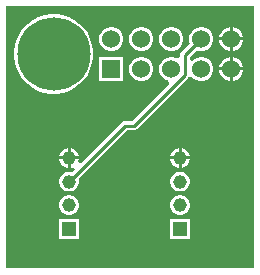
<source format=gbr>
G04*
G04 #@! TF.GenerationSoftware,Altium Limited,Altium Designer,24.8.2 (39)*
G04*
G04 Layer_Physical_Order=2*
G04 Layer_Color=16711680*
%FSLAX25Y25*%
%MOIN*%
G70*
G04*
G04 #@! TF.SameCoordinates,0347263F-4986-443A-A638-574EEFBA0464*
G04*
G04*
G04 #@! TF.FilePolarity,Positive*
G04*
G01*
G75*
%ADD18C,0.01000*%
%ADD19C,0.24410*%
%ADD20R,0.06000X0.06000*%
%ADD21C,0.06000*%
%ADD22C,0.04528*%
%ADD23R,0.04528X0.04528*%
G36*
X185000Y107500D02*
X102500D01*
Y195000D01*
X185000D01*
Y107500D01*
D02*
G37*
%LPC*%
G36*
X178027Y188000D02*
X178000D01*
Y184500D01*
X181500D01*
Y184527D01*
X181227Y185544D01*
X180701Y186456D01*
X179956Y187201D01*
X179044Y187727D01*
X178027Y188000D01*
D02*
G37*
G36*
X177000D02*
X176973D01*
X175956Y187727D01*
X175044Y187201D01*
X174299Y186456D01*
X173773Y185544D01*
X173500Y184527D01*
Y184500D01*
X177000D01*
Y188000D01*
D02*
G37*
G36*
X181500Y183500D02*
X178000D01*
Y180000D01*
X178027D01*
X179044Y180273D01*
X179956Y180799D01*
X180701Y181544D01*
X181227Y182456D01*
X181500Y183473D01*
Y183500D01*
D02*
G37*
G36*
X177000D02*
X173500D01*
Y183473D01*
X173773Y182456D01*
X174299Y181544D01*
X175044Y180799D01*
X175956Y180273D01*
X176973Y180000D01*
X177000D01*
Y183500D01*
D02*
G37*
G36*
X168027Y188000D02*
X166973D01*
X165956Y187727D01*
X165044Y187201D01*
X164299Y186456D01*
X163773Y185544D01*
X163500Y184527D01*
Y183473D01*
X163773Y182456D01*
X163780Y182443D01*
X160919Y179581D01*
X160587Y179085D01*
X160471Y178500D01*
Y178048D01*
X159471Y177481D01*
X159044Y177727D01*
X158027Y178000D01*
X156973D01*
X155956Y177727D01*
X155044Y177201D01*
X154299Y176456D01*
X153773Y175544D01*
X153500Y174527D01*
Y173473D01*
X153773Y172456D01*
X154299Y171544D01*
X155044Y170799D01*
X155956Y170273D01*
X156432Y170145D01*
X156738Y169037D01*
X144354Y156653D01*
X142187D01*
X141602Y156537D01*
X141106Y156205D01*
X127347Y142447D01*
X126541Y143051D01*
X126745Y143811D01*
X124000D01*
Y141066D01*
X124760Y141270D01*
X125364Y140464D01*
X124459Y139559D01*
X123930Y139701D01*
X123070D01*
X122240Y139478D01*
X121496Y139049D01*
X120888Y138441D01*
X120459Y137697D01*
X120236Y136867D01*
Y136007D01*
X120459Y135177D01*
X120888Y134433D01*
X121496Y133825D01*
X122240Y133396D01*
X123070Y133173D01*
X123930D01*
X124760Y133396D01*
X125504Y133825D01*
X126112Y134433D01*
X126541Y135177D01*
X126764Y136007D01*
Y136867D01*
X126622Y137396D01*
X142821Y153595D01*
X144988D01*
X145573Y153711D01*
X146069Y154043D01*
X163081Y171055D01*
X163267Y171332D01*
X163980Y171478D01*
X164014Y171480D01*
X164409Y171434D01*
X165044Y170799D01*
X165956Y170273D01*
X166973Y170000D01*
X168027D01*
X169044Y170273D01*
X169956Y170799D01*
X170701Y171544D01*
X171227Y172456D01*
X171500Y173473D01*
Y174527D01*
X171227Y175544D01*
X170701Y176456D01*
X169956Y177201D01*
X169044Y177727D01*
X168027Y178000D01*
X166973D01*
X165956Y177727D01*
X165044Y177201D01*
X164641Y176798D01*
X163704Y177107D01*
X163612Y177759D01*
X163622Y177959D01*
X165943Y180280D01*
X165956Y180273D01*
X166973Y180000D01*
X168027D01*
X169044Y180273D01*
X169956Y180799D01*
X170701Y181544D01*
X171227Y182456D01*
X171500Y183473D01*
Y184527D01*
X171227Y185544D01*
X170701Y186456D01*
X169956Y187201D01*
X169044Y187727D01*
X168027Y188000D01*
D02*
G37*
G36*
X158027D02*
X156973D01*
X155956Y187727D01*
X155044Y187201D01*
X154299Y186456D01*
X153773Y185544D01*
X153500Y184527D01*
Y183473D01*
X153773Y182456D01*
X154299Y181544D01*
X155044Y180799D01*
X155956Y180273D01*
X156973Y180000D01*
X158027D01*
X159044Y180273D01*
X159956Y180799D01*
X160701Y181544D01*
X161227Y182456D01*
X161500Y183473D01*
Y184527D01*
X161227Y185544D01*
X160701Y186456D01*
X159956Y187201D01*
X159044Y187727D01*
X158027Y188000D01*
D02*
G37*
G36*
X148027D02*
X146973D01*
X145956Y187727D01*
X145044Y187201D01*
X144299Y186456D01*
X143773Y185544D01*
X143500Y184527D01*
Y183473D01*
X143773Y182456D01*
X144299Y181544D01*
X145044Y180799D01*
X145956Y180273D01*
X146973Y180000D01*
X148027D01*
X149044Y180273D01*
X149956Y180799D01*
X150701Y181544D01*
X151227Y182456D01*
X151500Y183473D01*
Y184527D01*
X151227Y185544D01*
X150701Y186456D01*
X149956Y187201D01*
X149044Y187727D01*
X148027Y188000D01*
D02*
G37*
G36*
X138027D02*
X136973D01*
X135956Y187727D01*
X135044Y187201D01*
X134299Y186456D01*
X133773Y185544D01*
X133500Y184527D01*
Y183473D01*
X133773Y182456D01*
X134299Y181544D01*
X135044Y180799D01*
X135956Y180273D01*
X136973Y180000D01*
X138027D01*
X139044Y180273D01*
X139956Y180799D01*
X140701Y181544D01*
X141227Y182456D01*
X141500Y183473D01*
Y184527D01*
X141227Y185544D01*
X140701Y186456D01*
X139956Y187201D01*
X139044Y187727D01*
X138027Y188000D01*
D02*
G37*
G36*
X178027Y178000D02*
X178000D01*
Y174500D01*
X181500D01*
Y174527D01*
X181227Y175544D01*
X180701Y176456D01*
X179956Y177201D01*
X179044Y177727D01*
X178027Y178000D01*
D02*
G37*
G36*
X177000D02*
X176973D01*
X175956Y177727D01*
X175044Y177201D01*
X174299Y176456D01*
X173773Y175544D01*
X173500Y174527D01*
Y174500D01*
X177000D01*
Y178000D01*
D02*
G37*
G36*
X181500Y173500D02*
X178000D01*
Y170000D01*
X178027D01*
X179044Y170273D01*
X179956Y170799D01*
X180701Y171544D01*
X181227Y172456D01*
X181500Y173473D01*
Y173500D01*
D02*
G37*
G36*
X177000D02*
X173500D01*
Y173473D01*
X173773Y172456D01*
X174299Y171544D01*
X175044Y170799D01*
X175956Y170273D01*
X176973Y170000D01*
X177000D01*
Y173500D01*
D02*
G37*
G36*
X148027Y178000D02*
X146973D01*
X145956Y177727D01*
X145044Y177201D01*
X144299Y176456D01*
X143773Y175544D01*
X143500Y174527D01*
Y173473D01*
X143773Y172456D01*
X144299Y171544D01*
X145044Y170799D01*
X145956Y170273D01*
X146973Y170000D01*
X148027D01*
X149044Y170273D01*
X149956Y170799D01*
X150701Y171544D01*
X151227Y172456D01*
X151500Y173473D01*
Y174527D01*
X151227Y175544D01*
X150701Y176456D01*
X149956Y177201D01*
X149044Y177727D01*
X148027Y178000D01*
D02*
G37*
G36*
X141500D02*
X133500D01*
Y170000D01*
X141500D01*
Y178000D01*
D02*
G37*
G36*
X119366Y192205D02*
X117288D01*
X115235Y191880D01*
X113258Y191237D01*
X111406Y190294D01*
X109724Y189072D01*
X108255Y187602D01*
X107033Y185921D01*
X106089Y184069D01*
X105447Y182092D01*
X105122Y180039D01*
Y177961D01*
X105447Y175908D01*
X106089Y173931D01*
X107033Y172079D01*
X108255Y170398D01*
X109724Y168928D01*
X111406Y167706D01*
X113258Y166763D01*
X115235Y166120D01*
X117288Y165795D01*
X119366D01*
X121419Y166120D01*
X123396Y166763D01*
X125248Y167706D01*
X126929Y168928D01*
X128399Y170398D01*
X129621Y172079D01*
X130564Y173931D01*
X131206Y175908D01*
X131532Y177961D01*
Y180039D01*
X131206Y182092D01*
X130564Y184069D01*
X129621Y185921D01*
X128399Y187602D01*
X126929Y189072D01*
X125248Y190294D01*
X123396Y191237D01*
X121419Y191880D01*
X119366Y192205D01*
D02*
G37*
G36*
X161000Y147556D02*
Y144811D01*
X163745D01*
X163541Y145571D01*
X163112Y146315D01*
X162504Y146923D01*
X161760Y147352D01*
X161000Y147556D01*
D02*
G37*
G36*
X124000D02*
Y144811D01*
X126745D01*
X126541Y145571D01*
X126112Y146315D01*
X125504Y146923D01*
X124760Y147352D01*
X124000Y147556D01*
D02*
G37*
G36*
X160000D02*
X159240Y147352D01*
X158496Y146923D01*
X157888Y146315D01*
X157459Y145571D01*
X157255Y144811D01*
X160000D01*
Y147556D01*
D02*
G37*
G36*
X123000D02*
X122240Y147352D01*
X121496Y146923D01*
X120888Y146315D01*
X120459Y145571D01*
X120255Y144811D01*
X123000D01*
Y147556D01*
D02*
G37*
G36*
X163745Y143811D02*
X161000D01*
Y141066D01*
X161760Y141270D01*
X162504Y141699D01*
X163112Y142307D01*
X163541Y143051D01*
X163745Y143811D01*
D02*
G37*
G36*
X123000D02*
X120255D01*
X120459Y143051D01*
X120888Y142307D01*
X121496Y141699D01*
X122240Y141270D01*
X123000Y141066D01*
Y143811D01*
D02*
G37*
G36*
X160000D02*
X157255D01*
X157459Y143051D01*
X157888Y142307D01*
X158496Y141699D01*
X159240Y141270D01*
X160000Y141066D01*
Y143811D01*
D02*
G37*
G36*
X160930Y139701D02*
X160070D01*
X159240Y139478D01*
X158496Y139049D01*
X157888Y138441D01*
X157459Y137697D01*
X157236Y136867D01*
Y136007D01*
X157459Y135177D01*
X157888Y134433D01*
X158496Y133825D01*
X159240Y133396D01*
X160070Y133173D01*
X160930D01*
X161760Y133396D01*
X162504Y133825D01*
X163112Y134433D01*
X163541Y135177D01*
X163764Y136007D01*
Y136867D01*
X163541Y137697D01*
X163112Y138441D01*
X162504Y139049D01*
X161760Y139478D01*
X160930Y139701D01*
D02*
G37*
G36*
Y131827D02*
X160070D01*
X159240Y131604D01*
X158496Y131175D01*
X157888Y130567D01*
X157459Y129823D01*
X157236Y128993D01*
Y128133D01*
X157459Y127303D01*
X157888Y126559D01*
X158496Y125951D01*
X159240Y125522D01*
X160070Y125299D01*
X160930D01*
X161760Y125522D01*
X162504Y125951D01*
X163112Y126559D01*
X163541Y127303D01*
X163764Y128133D01*
Y128993D01*
X163541Y129823D01*
X163112Y130567D01*
X162504Y131175D01*
X161760Y131604D01*
X160930Y131827D01*
D02*
G37*
G36*
X123930D02*
X123070D01*
X122240Y131604D01*
X121496Y131175D01*
X120888Y130567D01*
X120459Y129823D01*
X120236Y128993D01*
Y128133D01*
X120459Y127303D01*
X120888Y126559D01*
X121496Y125951D01*
X122240Y125522D01*
X123070Y125299D01*
X123930D01*
X124760Y125522D01*
X125504Y125951D01*
X126112Y126559D01*
X126541Y127303D01*
X126764Y128133D01*
Y128993D01*
X126541Y129823D01*
X126112Y130567D01*
X125504Y131175D01*
X124760Y131604D01*
X123930Y131827D01*
D02*
G37*
G36*
X163764Y123953D02*
X157236D01*
Y117425D01*
X163764D01*
Y123953D01*
D02*
G37*
G36*
X126764D02*
X120236D01*
Y117425D01*
X126764D01*
Y123953D01*
D02*
G37*
%LPD*%
D18*
X162000Y178500D02*
X167500Y184000D01*
X162000Y172136D02*
Y178500D01*
X144988Y155124D02*
X162000Y172136D01*
X142187Y155124D02*
X144988D01*
X123500Y136437D02*
X142187Y155124D01*
D19*
X118327Y179000D02*
D03*
D20*
X137500Y174000D02*
D03*
D21*
X147500D02*
D03*
X157500D02*
D03*
X167500D02*
D03*
X177500D02*
D03*
X137500Y184000D02*
D03*
X147500D02*
D03*
X157500D02*
D03*
X167500D02*
D03*
X177500D02*
D03*
D22*
X123500Y144311D02*
D03*
Y136437D02*
D03*
Y128563D02*
D03*
X160500D02*
D03*
Y136437D02*
D03*
Y144311D02*
D03*
D23*
X123500Y120689D02*
D03*
X160500D02*
D03*
M02*

</source>
